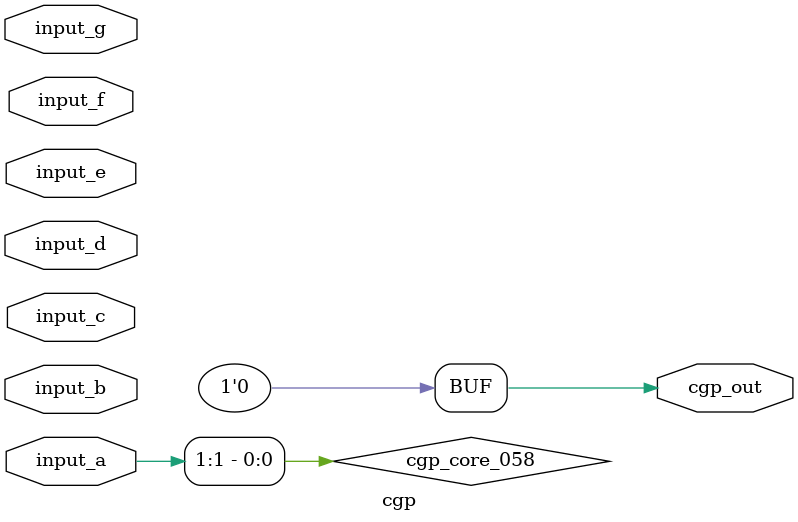
<source format=v>
module cgp(input [1:0] input_a, input [1:0] input_b, input [1:0] input_c, input [1:0] input_d, input [1:0] input_e, input [1:0] input_f, input [1:0] input_g, output [0:0] cgp_out);
  wire cgp_core_016;
  wire cgp_core_017;
  wire cgp_core_018;
  wire cgp_core_019;
  wire cgp_core_020;
  wire cgp_core_021;
  wire cgp_core_022;
  wire cgp_core_023;
  wire cgp_core_024;
  wire cgp_core_025;
  wire cgp_core_026;
  wire cgp_core_027;
  wire cgp_core_028;
  wire cgp_core_029;
  wire cgp_core_031;
  wire cgp_core_032;
  wire cgp_core_035;
  wire cgp_core_038;
  wire cgp_core_040;
  wire cgp_core_043;
  wire cgp_core_046;
  wire cgp_core_047;
  wire cgp_core_048;
  wire cgp_core_049;
  wire cgp_core_050;
  wire cgp_core_053_not;
  wire cgp_core_054;
  wire cgp_core_056;
  wire cgp_core_057;
  wire cgp_core_058;
  wire cgp_core_059;
  wire cgp_core_062;
  wire cgp_core_066;
  wire cgp_core_067;
  wire cgp_core_069;
  wire cgp_core_071;
  wire cgp_core_074;
  wire cgp_core_075;
  wire cgp_core_077;

  assign cgp_core_016 = input_d[0] ^ input_a[0];
  assign cgp_core_017 = input_d[0] & input_e[0];
  assign cgp_core_018 = ~(input_e[0] ^ input_a[0]);
  assign cgp_core_019 = input_d[1] & input_e[1];
  assign cgp_core_020 = cgp_core_018 ^ input_g[1];
  assign cgp_core_021 = cgp_core_018 & input_c[1];
  assign cgp_core_022 = cgp_core_019 | cgp_core_021;
  assign cgp_core_023 = input_a[0] ^ input_a[0];
  assign cgp_core_024 = input_a[0] & cgp_core_016;
  assign cgp_core_025 = input_b[1] ^ cgp_core_020;
  assign cgp_core_026 = input_a[1] & cgp_core_020;
  assign cgp_core_027 = ~(cgp_core_025 & cgp_core_024);
  assign cgp_core_028 = cgp_core_025 | input_c[1];
  assign cgp_core_029 = ~(input_b[1] ^ input_f[0]);
  assign cgp_core_031 = ~(input_e[1] ^ input_b[0]);
  assign cgp_core_032 = input_e[1] & input_a[0];
  assign cgp_core_035 = input_b[1] & input_c[0];
  assign cgp_core_038 = input_g[1] | input_a[1];
  assign cgp_core_040 = input_f[0] | input_g[0];
  assign cgp_core_043 = input_b[1] ^ cgp_core_040;
  assign cgp_core_046 = cgp_core_032 ^ input_f[0];
  assign cgp_core_047 = cgp_core_032 | input_f[0];
  assign cgp_core_048 = input_f[0] ^ input_d[0];
  assign cgp_core_049 = input_a[1] & input_f[0];
  assign cgp_core_050 = input_f[1] ^ input_b[0];
  assign cgp_core_053_not = ~cgp_core_038;
  assign cgp_core_054 = ~cgp_core_038;
  assign cgp_core_056 = ~cgp_core_053_not;
  assign cgp_core_057 = ~input_a[1];
  assign cgp_core_058 = ~cgp_core_057;
  assign cgp_core_059 = cgp_core_031 & cgp_core_058;
  assign cgp_core_062 = input_b[0] & input_c[0];
  assign cgp_core_066 = ~cgp_core_050;
  assign cgp_core_067 = input_e[0] & cgp_core_066;
  assign cgp_core_069 = cgp_core_027 & cgp_core_050;
  assign cgp_core_071 = ~cgp_core_046;
  assign cgp_core_074 = ~(cgp_core_023 ^ cgp_core_046);
  assign cgp_core_075 = input_a[1] & input_f[1];
  assign cgp_core_077 = cgp_core_059 | cgp_core_075;

  assign cgp_out[0] = 1'b0;
endmodule
</source>
